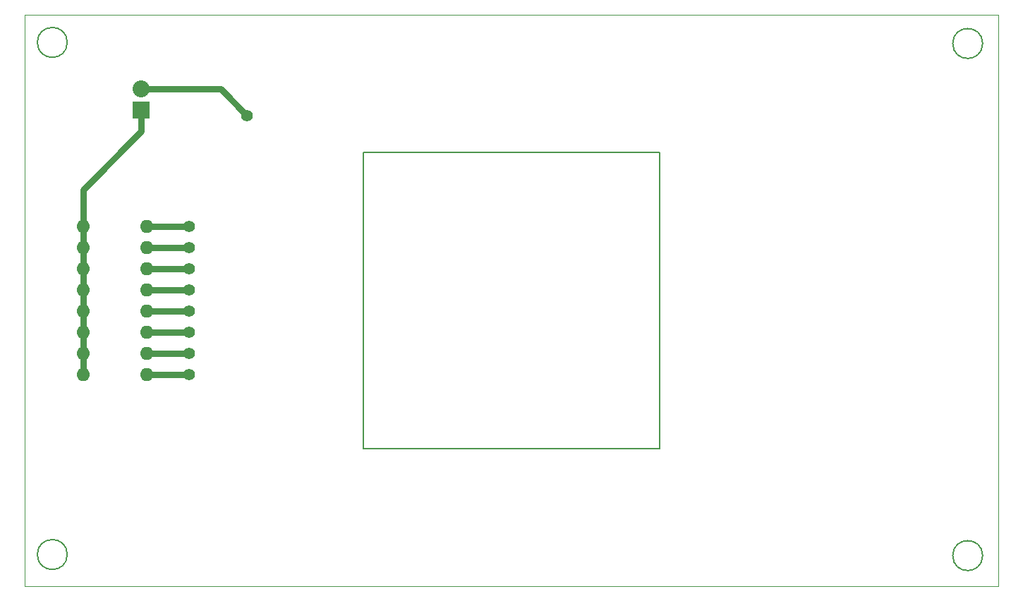
<source format=gbr>
G04 #@! TF.FileFunction,Copper,L2,Bot,Signal*
%FSLAX46Y46*%
G04 Gerber Fmt 4.6, Leading zero omitted, Abs format (unit mm)*
G04 Created by KiCad (PCBNEW 4.0.1-stable) date 2016 February 23, Tuesday 14:22:00*
%MOMM*%
G01*
G04 APERTURE LIST*
%ADD10C,0.100000*%
%ADD11C,0.200000*%
%ADD12O,1.600000X1.600000*%
%ADD13R,2.032000X2.032000*%
%ADD14O,2.032000X2.032000*%
%ADD15C,1.400000*%
%ADD16C,0.800000*%
G04 APERTURE END LIST*
D10*
D11*
X201313051Y-74549000D02*
G75*
G03X201313051Y-74549000I-1796051J0D01*
G01*
X201313051Y-136017000D02*
G75*
G03X201313051Y-136017000I-1796051J0D01*
G01*
X91458051Y-135890000D02*
G75*
G03X91458051Y-135890000I-1796051J0D01*
G01*
X91458051Y-74422000D02*
G75*
G03X91458051Y-74422000I-1796051J0D01*
G01*
D10*
X86360000Y-139700000D02*
X86360000Y-71120000D01*
X203200000Y-139700000D02*
X86360000Y-139700000D01*
X203200000Y-71120000D02*
X203200000Y-139700000D01*
X86360000Y-71120000D02*
X203200000Y-71120000D01*
D11*
X127000000Y-87630000D02*
X144780000Y-87630000D01*
X127000000Y-88900000D02*
X127000000Y-87630000D01*
X127000000Y-123190000D02*
X127000000Y-88900000D01*
X162560000Y-123190000D02*
X127000000Y-123190000D01*
X162560000Y-87630000D02*
X162560000Y-123190000D01*
X144780000Y-87630000D02*
X162560000Y-87630000D01*
D12*
X93345000Y-96520000D03*
X93345000Y-99060000D03*
X93345000Y-101600000D03*
X93345000Y-104140000D03*
X93345000Y-106680000D03*
X93345000Y-109220000D03*
X93345000Y-111760000D03*
X93345000Y-114300000D03*
X100965000Y-114300000D03*
X100965000Y-111760000D03*
X100965000Y-109220000D03*
X100965000Y-106680000D03*
X100965000Y-104140000D03*
X100965000Y-101600000D03*
X100965000Y-99060000D03*
X100965000Y-96520000D03*
D13*
X100330000Y-82550000D03*
D14*
X100330000Y-80010000D03*
D15*
X113030000Y-83185000D03*
X106045000Y-114300000D03*
X106045000Y-111760000D03*
X106045000Y-109220000D03*
X106045000Y-106680000D03*
X106045000Y-104140000D03*
X106045000Y-101600000D03*
X106045000Y-99060000D03*
X106045000Y-96520000D03*
D16*
X100330000Y-80010000D02*
X109855000Y-80010000D01*
X109855000Y-80010000D02*
X113030000Y-83185000D01*
X100965000Y-114300000D02*
X106045000Y-114300000D01*
X100965000Y-111760000D02*
X106045000Y-111760000D01*
X100965000Y-109220000D02*
X106045000Y-109220000D01*
X100965000Y-106680000D02*
X106045000Y-106680000D01*
X100965000Y-104140000D02*
X106045000Y-104140000D01*
X100965000Y-101600000D02*
X106045000Y-101600000D01*
X100965000Y-99060000D02*
X106045000Y-99060000D01*
X100965000Y-96520000D02*
X106045000Y-96520000D01*
X93345000Y-99060000D02*
X93345000Y-96520000D01*
X100330000Y-82550000D02*
X100330000Y-85090000D01*
X93345000Y-92075000D02*
X93345000Y-99060000D01*
X100330000Y-85090000D02*
X93345000Y-92075000D01*
X93345000Y-99060000D02*
X93345000Y-101600000D01*
X93345000Y-101600000D02*
X93345000Y-104140000D01*
X93345000Y-104140000D02*
X93345000Y-106680000D01*
X93345000Y-106680000D02*
X93345000Y-109220000D01*
X93345000Y-109220000D02*
X93345000Y-111760000D01*
X93345000Y-111760000D02*
X93345000Y-114300000D01*
M02*

</source>
